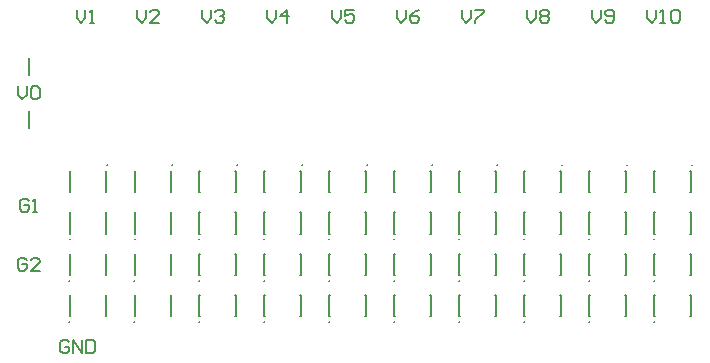
<source format=gto>
G04*
G04 #@! TF.GenerationSoftware,Altium Limited,Altium Designer,18.1.7 (191)*
G04*
G04 Layer_Color=65535*
%FSLAX44Y44*%
%MOMM*%
G71*
G01*
G75*
%ADD10C,0.2000*%
%ADD11C,0.1500*%
%ADD12C,0.1800*%
D10*
X1749500Y1321000D02*
G03*
X1749500Y1321000I-500J0D01*
G01*
Y1286000D02*
G03*
X1749500Y1286000I-500J0D01*
G01*
X1781500Y1419000D02*
G03*
X1781500Y1419000I-500J0D01*
G01*
X1749500Y1356000D02*
G03*
X1749500Y1356000I-500J0D01*
G01*
X1694500Y1321000D02*
G03*
X1694500Y1321000I-500J0D01*
G01*
Y1286000D02*
G03*
X1694500Y1286000I-500J0D01*
G01*
X1726500Y1419000D02*
G03*
X1726500Y1419000I-500J0D01*
G01*
X1694500Y1356000D02*
G03*
X1694500Y1356000I-500J0D01*
G01*
X1639500Y1321000D02*
G03*
X1639500Y1321000I-500J0D01*
G01*
Y1286000D02*
G03*
X1639500Y1286000I-500J0D01*
G01*
X1671500Y1419000D02*
G03*
X1671500Y1419000I-500J0D01*
G01*
X1639500Y1356000D02*
G03*
X1639500Y1356000I-500J0D01*
G01*
X1584500Y1321000D02*
G03*
X1584500Y1321000I-500J0D01*
G01*
Y1286000D02*
G03*
X1584500Y1286000I-500J0D01*
G01*
X1616500Y1419000D02*
G03*
X1616500Y1419000I-500J0D01*
G01*
X1584500Y1356000D02*
G03*
X1584500Y1356000I-500J0D01*
G01*
X1529500D02*
G03*
X1529500Y1356000I-500J0D01*
G01*
X1561500Y1419000D02*
G03*
X1561500Y1419000I-500J0D01*
G01*
X1529500Y1286000D02*
G03*
X1529500Y1286000I-500J0D01*
G01*
Y1321000D02*
G03*
X1529500Y1321000I-500J0D01*
G01*
X1506500Y1419000D02*
G03*
X1506500Y1419000I-500J0D01*
G01*
X1474500Y1286000D02*
G03*
X1474500Y1286000I-500J0D01*
G01*
Y1356000D02*
G03*
X1474500Y1356000I-500J0D01*
G01*
Y1321000D02*
G03*
X1474500Y1321000I-500J0D01*
G01*
X1451500Y1419000D02*
G03*
X1451500Y1419000I-500J0D01*
G01*
X1419500Y1286000D02*
G03*
X1419500Y1286000I-500J0D01*
G01*
Y1356000D02*
G03*
X1419500Y1356000I-500J0D01*
G01*
Y1321000D02*
G03*
X1419500Y1321000I-500J0D01*
G01*
X1364500D02*
G03*
X1364500Y1321000I-500J0D01*
G01*
Y1356000D02*
G03*
X1364500Y1356000I-500J0D01*
G01*
Y1286000D02*
G03*
X1364500Y1286000I-500J0D01*
G01*
X1396500Y1419000D02*
G03*
X1396500Y1419000I-500J0D01*
G01*
X1309500Y1321000D02*
G03*
X1309500Y1321000I-500J0D01*
G01*
Y1356000D02*
G03*
X1309500Y1356000I-500J0D01*
G01*
Y1286000D02*
G03*
X1309500Y1286000I-500J0D01*
G01*
X1341500Y1419000D02*
G03*
X1341500Y1419000I-500J0D01*
G01*
X1254500Y1356000D02*
G03*
X1254500Y1356000I-500J0D01*
G01*
X1286500Y1419000D02*
G03*
X1286500Y1419000I-500J0D01*
G01*
X1254500Y1321000D02*
G03*
X1254500Y1321000I-500J0D01*
G01*
Y1286000D02*
G03*
X1254500Y1286000I-500J0D01*
G01*
X1220000Y1450000D02*
Y1465000D01*
Y1495000D02*
Y1510000D01*
D11*
X1780500Y1326000D02*
Y1344000D01*
X1749500Y1326000D02*
Y1344000D01*
X1750000D01*
X1749500Y1326000D02*
X1750000D01*
X1780000Y1344000D02*
X1780500D01*
X1780000Y1326000D02*
X1780500D01*
Y1291000D02*
Y1309000D01*
X1749500Y1291000D02*
Y1309000D01*
X1750000D01*
X1749500Y1291000D02*
X1750000D01*
X1780000Y1309000D02*
X1780500D01*
X1780000Y1291000D02*
X1780500D01*
X1749500Y1396000D02*
Y1414000D01*
X1780500Y1396000D02*
Y1414000D01*
X1780000Y1396000D02*
X1780500D01*
X1780000Y1414000D02*
X1780500D01*
X1749500Y1396000D02*
X1750000D01*
X1749500Y1414000D02*
X1750000D01*
X1780500Y1361000D02*
Y1379000D01*
X1749500Y1361000D02*
Y1379000D01*
X1750000D01*
X1749500Y1361000D02*
X1750000D01*
X1780000Y1379000D02*
X1780500D01*
X1780000Y1361000D02*
X1780500D01*
X1725500Y1326000D02*
Y1344000D01*
X1694500Y1326000D02*
Y1344000D01*
X1695000D01*
X1694500Y1326000D02*
X1695000D01*
X1725000Y1344000D02*
X1725500D01*
X1725000Y1326000D02*
X1725500D01*
Y1291000D02*
Y1309000D01*
X1694500Y1291000D02*
Y1309000D01*
X1695000D01*
X1694500Y1291000D02*
X1695000D01*
X1725000Y1309000D02*
X1725500D01*
X1725000Y1291000D02*
X1725500D01*
X1694500Y1396000D02*
Y1414000D01*
X1725500Y1396000D02*
Y1414000D01*
X1725000Y1396000D02*
X1725500D01*
X1725000Y1414000D02*
X1725500D01*
X1694500Y1396000D02*
X1695000D01*
X1694500Y1414000D02*
X1695000D01*
X1725500Y1361000D02*
Y1379000D01*
X1694500Y1361000D02*
Y1379000D01*
X1695000D01*
X1694500Y1361000D02*
X1695000D01*
X1725000Y1379000D02*
X1725500D01*
X1725000Y1361000D02*
X1725500D01*
X1670500Y1326000D02*
Y1344000D01*
X1639500Y1326000D02*
Y1344000D01*
X1640000D01*
X1639500Y1326000D02*
X1640000D01*
X1670000Y1344000D02*
X1670500D01*
X1670000Y1326000D02*
X1670500D01*
Y1291000D02*
Y1309000D01*
X1639500Y1291000D02*
Y1309000D01*
X1640000D01*
X1639500Y1291000D02*
X1640000D01*
X1670000Y1309000D02*
X1670500D01*
X1670000Y1291000D02*
X1670500D01*
X1639500Y1396000D02*
Y1414000D01*
X1670500Y1396000D02*
Y1414000D01*
X1670000Y1396000D02*
X1670500D01*
X1670000Y1414000D02*
X1670500D01*
X1639500Y1396000D02*
X1640000D01*
X1639500Y1414000D02*
X1640000D01*
X1670500Y1361000D02*
Y1379000D01*
X1639500Y1361000D02*
Y1379000D01*
X1640000D01*
X1639500Y1361000D02*
X1640000D01*
X1670000Y1379000D02*
X1670500D01*
X1670000Y1361000D02*
X1670500D01*
X1615500Y1326000D02*
Y1344000D01*
X1584500Y1326000D02*
Y1344000D01*
X1585000D01*
X1584500Y1326000D02*
X1585000D01*
X1615000Y1344000D02*
X1615500D01*
X1615000Y1326000D02*
X1615500D01*
Y1291000D02*
Y1309000D01*
X1584500Y1291000D02*
Y1309000D01*
X1585000D01*
X1584500Y1291000D02*
X1585000D01*
X1615000Y1309000D02*
X1615500D01*
X1615000Y1291000D02*
X1615500D01*
X1584500Y1396000D02*
Y1414000D01*
X1615500Y1396000D02*
Y1414000D01*
X1615000Y1396000D02*
X1615500D01*
X1615000Y1414000D02*
X1615500D01*
X1584500Y1396000D02*
X1585000D01*
X1584500Y1414000D02*
X1585000D01*
X1615500Y1361000D02*
Y1379000D01*
X1584500Y1361000D02*
Y1379000D01*
X1585000D01*
X1584500Y1361000D02*
X1585000D01*
X1615000Y1379000D02*
X1615500D01*
X1615000Y1361000D02*
X1615500D01*
X1560500D02*
Y1379000D01*
X1529500Y1361000D02*
Y1379000D01*
X1530000D01*
X1529500Y1361000D02*
X1530000D01*
X1560000Y1379000D02*
X1560500D01*
X1560000Y1361000D02*
X1560500D01*
X1529500Y1396000D02*
Y1414000D01*
X1560500Y1396000D02*
Y1414000D01*
X1560000Y1396000D02*
X1560500D01*
X1560000Y1414000D02*
X1560500D01*
X1529500Y1396000D02*
X1530000D01*
X1529500Y1414000D02*
X1530000D01*
X1560500Y1291000D02*
Y1309000D01*
X1529500Y1291000D02*
Y1309000D01*
X1530000D01*
X1529500Y1291000D02*
X1530000D01*
X1560000Y1309000D02*
X1560500D01*
X1560000Y1291000D02*
X1560500D01*
Y1326000D02*
Y1344000D01*
X1529500Y1326000D02*
Y1344000D01*
X1530000D01*
X1529500Y1326000D02*
X1530000D01*
X1560000Y1344000D02*
X1560500D01*
X1560000Y1326000D02*
X1560500D01*
X1474500Y1396000D02*
Y1414000D01*
X1505500Y1396000D02*
Y1414000D01*
X1505000Y1396000D02*
X1505500D01*
X1505000Y1414000D02*
X1505500D01*
X1474500Y1396000D02*
X1475000D01*
X1474500Y1414000D02*
X1475000D01*
X1505500Y1291000D02*
Y1309000D01*
X1474500Y1291000D02*
Y1309000D01*
X1475000D01*
X1474500Y1291000D02*
X1475000D01*
X1505000Y1309000D02*
X1505500D01*
X1505000Y1291000D02*
X1505500D01*
Y1361000D02*
Y1379000D01*
X1474500Y1361000D02*
Y1379000D01*
X1475000D01*
X1474500Y1361000D02*
X1475000D01*
X1505000Y1379000D02*
X1505500D01*
X1505000Y1361000D02*
X1505500D01*
Y1326000D02*
Y1344000D01*
X1474500Y1326000D02*
Y1344000D01*
X1475000D01*
X1474500Y1326000D02*
X1475000D01*
X1505000Y1344000D02*
X1505500D01*
X1505000Y1326000D02*
X1505500D01*
X1419500Y1396000D02*
Y1414000D01*
X1450500Y1396000D02*
Y1414000D01*
X1450000Y1396000D02*
X1450500D01*
X1450000Y1414000D02*
X1450500D01*
X1419500Y1396000D02*
X1420000D01*
X1419500Y1414000D02*
X1420000D01*
X1450500Y1291000D02*
Y1309000D01*
X1419500Y1291000D02*
Y1309000D01*
X1420000D01*
X1419500Y1291000D02*
X1420000D01*
X1450000Y1309000D02*
X1450500D01*
X1450000Y1291000D02*
X1450500D01*
Y1361000D02*
Y1379000D01*
X1419500Y1361000D02*
Y1379000D01*
X1420000D01*
X1419500Y1361000D02*
X1420000D01*
X1450000Y1379000D02*
X1450500D01*
X1450000Y1361000D02*
X1450500D01*
Y1326000D02*
Y1344000D01*
X1419500Y1326000D02*
Y1344000D01*
X1420000D01*
X1419500Y1326000D02*
X1420000D01*
X1450000Y1344000D02*
X1450500D01*
X1450000Y1326000D02*
X1450500D01*
X1395500D02*
Y1344000D01*
X1364500Y1326000D02*
Y1344000D01*
X1365000D01*
X1364500Y1326000D02*
X1365000D01*
X1395000Y1344000D02*
X1395500D01*
X1395000Y1326000D02*
X1395500D01*
Y1361000D02*
Y1379000D01*
X1364500Y1361000D02*
Y1379000D01*
X1365000D01*
X1364500Y1361000D02*
X1365000D01*
X1395000Y1379000D02*
X1395500D01*
X1395000Y1361000D02*
X1395500D01*
Y1291000D02*
Y1309000D01*
X1364500Y1291000D02*
Y1309000D01*
X1365000D01*
X1364500Y1291000D02*
X1365000D01*
X1395000Y1309000D02*
X1395500D01*
X1395000Y1291000D02*
X1395500D01*
X1364500Y1396000D02*
Y1414000D01*
X1395500Y1396000D02*
Y1414000D01*
X1395000Y1396000D02*
X1395500D01*
X1395000Y1414000D02*
X1395500D01*
X1364500Y1396000D02*
X1365000D01*
X1364500Y1414000D02*
X1365000D01*
X1340500Y1326000D02*
Y1344000D01*
X1309500Y1326000D02*
Y1344000D01*
X1310000D01*
X1309500Y1326000D02*
X1310000D01*
X1340000Y1344000D02*
X1340500D01*
X1340000Y1326000D02*
X1340500D01*
Y1361000D02*
Y1379000D01*
X1309500Y1361000D02*
Y1379000D01*
X1310000D01*
X1309500Y1361000D02*
X1310000D01*
X1340000Y1379000D02*
X1340500D01*
X1340000Y1361000D02*
X1340500D01*
Y1291000D02*
Y1309000D01*
X1309500Y1291000D02*
Y1309000D01*
X1310000D01*
X1309500Y1291000D02*
X1310000D01*
X1340000Y1309000D02*
X1340500D01*
X1340000Y1291000D02*
X1340500D01*
X1309500Y1396000D02*
Y1414000D01*
X1340500Y1396000D02*
Y1414000D01*
X1340000Y1396000D02*
X1340500D01*
X1340000Y1414000D02*
X1340500D01*
X1309500Y1396000D02*
X1310000D01*
X1309500Y1414000D02*
X1310000D01*
X1285500Y1361000D02*
Y1379000D01*
X1254500Y1361000D02*
Y1379000D01*
X1255000D01*
X1254500Y1361000D02*
X1255000D01*
X1285000Y1379000D02*
X1285500D01*
X1285000Y1361000D02*
X1285500D01*
X1254500Y1396000D02*
Y1414000D01*
X1285500Y1396000D02*
Y1414000D01*
X1285000Y1396000D02*
X1285500D01*
X1285000Y1414000D02*
X1285500D01*
X1254500Y1396000D02*
X1255000D01*
X1254500Y1414000D02*
X1255000D01*
X1285500Y1326000D02*
Y1344000D01*
X1254500Y1326000D02*
Y1344000D01*
X1255000D01*
X1254500Y1326000D02*
X1255000D01*
X1285000Y1344000D02*
X1285500D01*
X1285000Y1326000D02*
X1285500D01*
Y1291000D02*
Y1309000D01*
X1254500Y1291000D02*
Y1309000D01*
X1255000D01*
X1254500Y1291000D02*
X1255000D01*
X1285000Y1309000D02*
X1285500D01*
X1285000Y1291000D02*
X1285500D01*
D12*
X1476873Y1550656D02*
Y1543325D01*
X1480538Y1539659D01*
X1484204Y1543325D01*
Y1550656D01*
X1495200D02*
X1487869D01*
Y1545158D01*
X1491534Y1546990D01*
X1493367D01*
X1495200Y1545158D01*
Y1541492D01*
X1493367Y1539659D01*
X1489702D01*
X1487869Y1541492D01*
X1254131Y1268823D02*
X1252298Y1270656D01*
X1248633D01*
X1246800Y1268823D01*
Y1261492D01*
X1248633Y1259659D01*
X1252298D01*
X1254131Y1261492D01*
Y1265157D01*
X1250465D01*
X1257796Y1259659D02*
Y1270656D01*
X1265127Y1259659D01*
Y1270656D01*
X1268793D02*
Y1259659D01*
X1274291D01*
X1276124Y1261492D01*
Y1268823D01*
X1274291Y1270656D01*
X1268793D01*
X1218167Y1338823D02*
X1216335Y1340656D01*
X1212669D01*
X1210836Y1338823D01*
Y1331492D01*
X1212669Y1329659D01*
X1216335D01*
X1218167Y1331492D01*
Y1335157D01*
X1214502D01*
X1229164Y1329659D02*
X1221833D01*
X1229164Y1336990D01*
Y1338823D01*
X1227331Y1340656D01*
X1223665D01*
X1221833Y1338823D01*
X1220000Y1388823D02*
X1218167Y1390656D01*
X1214502D01*
X1212669Y1388823D01*
Y1381492D01*
X1214502Y1379659D01*
X1218167D01*
X1220000Y1381492D01*
Y1385157D01*
X1216335D01*
X1223665Y1379659D02*
X1227331D01*
X1225498D01*
Y1390656D01*
X1223665Y1388823D01*
X1531873Y1550656D02*
Y1543325D01*
X1535538Y1539659D01*
X1539204Y1543325D01*
Y1550656D01*
X1550200D02*
X1546534Y1548823D01*
X1542869Y1545158D01*
Y1541492D01*
X1544702Y1539659D01*
X1548367D01*
X1550200Y1541492D01*
Y1543325D01*
X1548367Y1545158D01*
X1542869D01*
X1311873Y1550656D02*
Y1543325D01*
X1315538Y1539659D01*
X1319204Y1543325D01*
Y1550656D01*
X1330200Y1539659D02*
X1322869D01*
X1330200Y1546990D01*
Y1548823D01*
X1328367Y1550656D01*
X1324702D01*
X1322869Y1548823D01*
X1210836Y1485656D02*
Y1478325D01*
X1214502Y1474659D01*
X1218167Y1478325D01*
Y1485656D01*
X1221833Y1483823D02*
X1223665Y1485656D01*
X1227331D01*
X1229164Y1483823D01*
Y1476492D01*
X1227331Y1474659D01*
X1223665D01*
X1221833Y1476492D01*
Y1483823D01*
X1260538Y1550656D02*
Y1543325D01*
X1264203Y1539659D01*
X1267869Y1543325D01*
Y1550656D01*
X1271535Y1539659D02*
X1275200D01*
X1273367D01*
Y1550656D01*
X1271535Y1548823D01*
X1641873Y1550656D02*
Y1543325D01*
X1645538Y1539659D01*
X1649204Y1543325D01*
Y1550656D01*
X1652869Y1548823D02*
X1654702Y1550656D01*
X1658367D01*
X1660200Y1548823D01*
Y1546990D01*
X1658367Y1545158D01*
X1660200Y1543325D01*
Y1541492D01*
X1658367Y1539659D01*
X1654702D01*
X1652869Y1541492D01*
Y1543325D01*
X1654702Y1545158D01*
X1652869Y1546990D01*
Y1548823D01*
X1654702Y1545158D02*
X1658367D01*
X1421873Y1550656D02*
Y1543325D01*
X1425538Y1539659D01*
X1429203Y1543325D01*
Y1550656D01*
X1438367Y1539659D02*
Y1550656D01*
X1432869Y1545158D01*
X1440200D01*
X1743800Y1550656D02*
Y1543325D01*
X1747465Y1539659D01*
X1751131Y1543325D01*
Y1550656D01*
X1754796Y1539659D02*
X1758462D01*
X1756629D01*
Y1550656D01*
X1754796Y1548823D01*
X1763960D02*
X1765793Y1550656D01*
X1769458D01*
X1771291Y1548823D01*
Y1541492D01*
X1769458Y1539659D01*
X1765793D01*
X1763960Y1541492D01*
Y1548823D01*
X1696873Y1550656D02*
Y1543325D01*
X1700538Y1539659D01*
X1704204Y1543325D01*
Y1550656D01*
X1707869Y1541492D02*
X1709702Y1539659D01*
X1713367D01*
X1715200Y1541492D01*
Y1548823D01*
X1713367Y1550656D01*
X1709702D01*
X1707869Y1548823D01*
Y1546990D01*
X1709702Y1545158D01*
X1715200D01*
X1586873Y1550656D02*
Y1543325D01*
X1590538Y1539659D01*
X1594203Y1543325D01*
Y1550656D01*
X1597869D02*
X1605200D01*
Y1548823D01*
X1597869Y1541492D01*
Y1539659D01*
X1366873Y1550656D02*
Y1543325D01*
X1370538Y1539659D01*
X1374204Y1543325D01*
Y1550656D01*
X1377869Y1548823D02*
X1379702Y1550656D01*
X1383367D01*
X1385200Y1548823D01*
Y1546990D01*
X1383367Y1545158D01*
X1381534D01*
X1383367D01*
X1385200Y1543325D01*
Y1541492D01*
X1383367Y1539659D01*
X1379702D01*
X1377869Y1541492D01*
M02*

</source>
